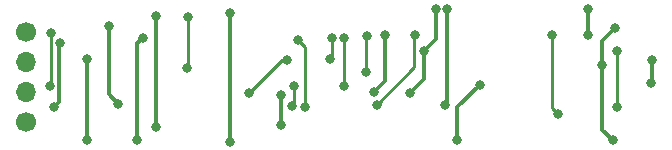
<source format=gbr>
%TF.GenerationSoftware,KiCad,Pcbnew,(5.1.9)-1*%
%TF.CreationDate,2021-03-01T22:37:49-08:00*%
%TF.ProjectId,SD1326_I2C_breakout,53443133-3236-45f4-9932-435f62726561,0.1b*%
%TF.SameCoordinates,Original*%
%TF.FileFunction,Copper,L1,Top*%
%TF.FilePolarity,Positive*%
%FSLAX46Y46*%
G04 Gerber Fmt 4.6, Leading zero omitted, Abs format (unit mm)*
G04 Created by KiCad (PCBNEW (5.1.9)-1) date 2021-03-01 22:37:49*
%MOMM*%
%LPD*%
G01*
G04 APERTURE LIST*
%TA.AperFunction,ComponentPad*%
%ADD10C,1.700000*%
%TD*%
%TA.AperFunction,ComponentPad*%
%ADD11O,1.700000X1.700000*%
%TD*%
%TA.AperFunction,ViaPad*%
%ADD12C,0.800000*%
%TD*%
%TA.AperFunction,Conductor*%
%ADD13C,0.300000*%
%TD*%
%TA.AperFunction,Conductor*%
%ADD14C,0.250000*%
%TD*%
G04 APERTURE END LIST*
D10*
%TO.P,J1,4*%
%TO.N,GND*%
X70110000Y-37900000D03*
D11*
%TO.P,J1,3*%
%TO.N,+5V*%
X70110000Y-35360000D03*
%TO.P,J1,2*%
%TO.N,SCL*%
X70110000Y-32820000D03*
D10*
%TO.P,J1,1*%
%TO.N,SDA*%
X70110000Y-30280000D03*
%TD*%
D12*
%TO.N,GND*%
X75310002Y-39489998D03*
X80010000Y-30790000D03*
X79510000Y-39490000D03*
X120010000Y-29990000D03*
X106610000Y-39490000D03*
X108510000Y-34790000D03*
X119810000Y-39490000D03*
X118910000Y-33090000D03*
X75310000Y-32590000D03*
X87410000Y-28690000D03*
X87410004Y-39610000D03*
%TO.N,+12V*%
X117710000Y-30590000D03*
X117710000Y-28390000D03*
X105610000Y-36490000D03*
X102610000Y-35490010D03*
X103809996Y-31890000D03*
X104810000Y-28340012D03*
X105710000Y-28340024D03*
%TO.N,+5V*%
X72510000Y-36690000D03*
X73010000Y-31290000D03*
X123100000Y-32700000D03*
X123000000Y-34600000D03*
%TO.N,Net-(C6-Pad1)*%
X120110000Y-36690000D03*
X120109994Y-31890000D03*
%TO.N,Net-(C9-Pad1)*%
X93705614Y-36685614D03*
X93110000Y-30990000D03*
%TO.N,+3V3*%
X81110000Y-28990000D03*
X77110000Y-29790000D03*
X91710000Y-38190000D03*
X99610000Y-35390000D03*
X77910000Y-36390000D03*
X91710000Y-35689998D03*
X100509992Y-30590000D03*
X81110000Y-38389996D03*
%TO.N,Net-(D1-Pad2)*%
X115110000Y-37290000D03*
X114610000Y-30589990D03*
%TO.N,SCL*%
X92610000Y-36590000D03*
X92810000Y-34915021D03*
X97010000Y-34915021D03*
X97022657Y-30802663D03*
%TO.N,SDA*%
X72203857Y-30376177D03*
X72160000Y-34890000D03*
X89010000Y-35490000D03*
X95810000Y-32590001D03*
X96010000Y-30790000D03*
X92210000Y-32689999D03*
%TO.N,Net-(R3-Pad1)*%
X99810000Y-36490000D03*
X103010000Y-30590000D03*
%TO.N,RES#*%
X83810000Y-29090000D03*
X83710000Y-33390000D03*
X98869071Y-33740010D03*
X99009999Y-30640007D03*
%TD*%
D13*
%TO.N,GND*%
X79510000Y-31290000D02*
X79510000Y-39490000D01*
X80010000Y-30790000D02*
X79510000Y-31290000D01*
X106610000Y-36690000D02*
X108510000Y-34790000D01*
X106610000Y-39490000D02*
X106610000Y-36690000D01*
X118910000Y-38590000D02*
X118910000Y-33090000D01*
X119810000Y-39490000D02*
X118910000Y-38590000D01*
X118910000Y-31090000D02*
X118910000Y-33090000D01*
X120010000Y-29990000D02*
X118910000Y-31090000D01*
X75310002Y-32590002D02*
X75310000Y-32590000D01*
X75310002Y-39489998D02*
X75310002Y-32590002D01*
X87410000Y-28690000D02*
X87410000Y-39609996D01*
X87410000Y-39609996D02*
X87410004Y-39610000D01*
%TO.N,+12V*%
X117710000Y-30590000D02*
X117710000Y-28390000D01*
X103809996Y-34290014D02*
X103809996Y-31890000D01*
X102610000Y-35490010D02*
X103809996Y-34290014D01*
X104810000Y-30889996D02*
X104810000Y-28340012D01*
X103809996Y-31890000D02*
X104810000Y-30889996D01*
X105710000Y-36390000D02*
X105710000Y-28340024D01*
X105610000Y-36490000D02*
X105710000Y-36390000D01*
%TO.N,+5V*%
X72910000Y-31390000D02*
X73010000Y-31290000D01*
X72910000Y-36290000D02*
X72910000Y-31390000D01*
X72510000Y-36690000D02*
X72910000Y-36290000D01*
X123100000Y-34500000D02*
X123000000Y-34600000D01*
X123100000Y-32700000D02*
X123100000Y-34500000D01*
D14*
%TO.N,Net-(C6-Pad1)*%
X120110000Y-36690000D02*
X120110000Y-31890006D01*
X120110000Y-31890006D02*
X120109994Y-31890000D01*
%TO.N,Net-(C9-Pad1)*%
X93710000Y-31590000D02*
X93110000Y-30990000D01*
X93710000Y-36681228D02*
X93710000Y-31590000D01*
X93705614Y-36685614D02*
X93710000Y-36681228D01*
D13*
%TO.N,+3V3*%
X77110000Y-29790000D02*
X77110000Y-31990000D01*
X77110000Y-35590000D02*
X77910000Y-36390000D01*
X77110000Y-31990000D02*
X77110000Y-35590000D01*
X91710000Y-38190000D02*
X91710000Y-35689998D01*
X99610000Y-35390000D02*
X100509992Y-34490008D01*
X100509992Y-34490008D02*
X100509992Y-30590000D01*
X81110000Y-28990000D02*
X81110000Y-38389996D01*
D14*
%TO.N,Net-(D1-Pad2)*%
X114610000Y-36790000D02*
X114610000Y-30589990D01*
X115110000Y-37290000D02*
X114610000Y-36790000D01*
%TO.N,SCL*%
X97010000Y-34915021D02*
X97010000Y-30815320D01*
X97010000Y-30815320D02*
X97022657Y-30802663D01*
X92810000Y-36390000D02*
X92810000Y-34915021D01*
X92610000Y-36590000D02*
X92810000Y-36390000D01*
%TO.N,SDA*%
X72203857Y-34846143D02*
X72160000Y-34890000D01*
X72203857Y-30376177D02*
X72203857Y-34846143D01*
X96010000Y-32390001D02*
X96010000Y-30790000D01*
X95810000Y-32590001D02*
X96010000Y-32390001D01*
X91810001Y-32689999D02*
X92210000Y-32689999D01*
X89010000Y-35490000D02*
X91810001Y-32689999D01*
%TO.N,Net-(R3-Pad1)*%
X99810000Y-36490000D02*
X102984998Y-33315002D01*
X102984998Y-30615002D02*
X103010000Y-30590000D01*
X102984998Y-33315002D02*
X102984998Y-30615002D01*
%TO.N,RES#*%
X83810000Y-29090000D02*
X83810000Y-33290000D01*
X83810000Y-33290000D02*
X83710000Y-33390000D01*
X98869071Y-33740010D02*
X98869071Y-30780935D01*
X98869071Y-30780935D02*
X99009999Y-30640007D01*
%TD*%
M02*

</source>
